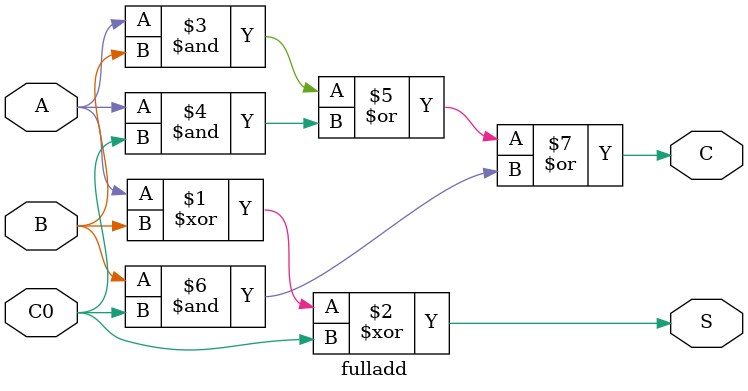
<source format=v>
module ques4(S, C, A, B, C0);
input [3:0] A, B;
input C0;
output [3:0] S;
output C;
wire C1, C2, C3, C4, C5;
wire [3:0]X, Z;
and (C1, Z[3], Z[2]);
and (C2, Z[3], Z[1]);
or (C, C3, C1,C2);
xor (C5, C, C);
assign X[2] = C;
assign X[1] = C;
assign X[3] = C5;
assign X[0] = C5;
adder4 stage0(Z,C3,A,B,C0);
adder4 stage1(S,C4,X,Z,C0);
endmodule

module adder4(S, C, A, B, C0);
input C0;
input [3:0] A, B;
output [3:0] S;
output C;
wire [3:1] c1;
wire [3:0] c2;
assign c2[0]=B[0]^C;
assign c2[1]=B[1]^C;
assign c2[2]=B[2]^C;
assign c2[3]=B[3]^C;
fulladd stage0(C[0], c1[0], A[0], S[0], c1[1]);
fulladd stage1(c2[1],c1[1],A[1],S[1],c1[2]);
fulladd stage2(c2[2],c1[2],A[2],S[2],c1[3]);
fulladd stage3(c2[3],c1[3],A[3],S[3],cout);
endmodule

module fulladd(S, C, A, B, C0);
input A, B, C0;
output S, C;
assign S = A ^ B ^ C0;
assign C = (A & B) | (A & C0) | (B & C0);
endmodule

</source>
